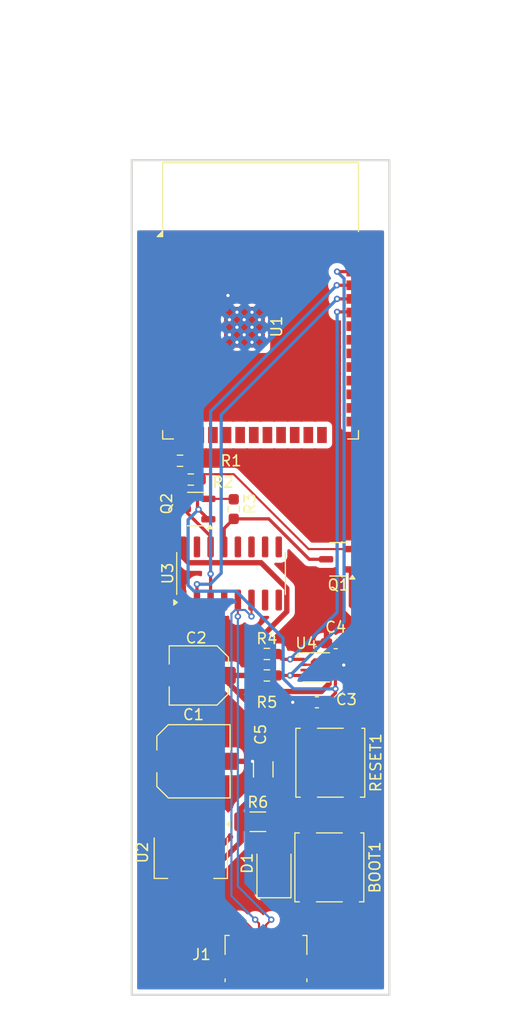
<source format=kicad_pcb>
(kicad_pcb (version 20240108) (generator "pcbnew") (generator_version "8.0")
  (layers (0 "F.Cu" signal) (31 "B.Cu" signal) (34 "B.Paste" user) (35 "F.Paste" user) (36 "B.SilkS" user "B.Silkscreen") (37 "F.SilkS" user "F.Silkscreen") (38 "B.Mask" user) (39 "F.Mask" user) (44 "Edge.Cuts" user))
  (net 0 "")
  (net 1 "GND")
  (net 2 "/GPIO0")
  (net 3 "VBUS")
  (net 4 "+3.3V")
  (net 5 "/RESET")
  (net 6 "Net-(D1-A)")
  (net 7 "Net-(J1-D-)")
  (net 8 "Net-(J1-D+)")
  (net 10 "Net-(Q1-B)")
  (net 11 "/DTR")
  (net 12 "Net-(Q2-B)")
  (net 13 "/RTS")
  (net 14 "/SDA")
  (net 15 "/SCL")
  (net 20 "/UART_RX")
  (net 37 "/UART_TX")
  (footprint "Resistor_SMD:R_0603_1608Metric_Pad0.98x0.95mm_HandSolder" (layer "F.Cu") (at 123.36788 133.36788)
    (property "Reference" "R1" (at 4.75 0 0) (layer "F.SilkS"))
    (property "Value" "10k")
    (fp_line (start -0.254724 -0.5225) (end 0.254724 -0.5225) (stroke (width 0.12)) (layer "F.SilkS"))
    (fp_line (start -0.254724 0.5225) (end 0.254724 0.5225) (stroke (width 0.12)) (layer "F.SilkS"))
    (pad "1" smd roundrect (at -0.9125 0) (size 0.975 0.95) (layers "F.Cu" "F.Paste" "F.Mask") (net 4 "+3.3V"))
    (pad "2" smd roundrect (at 0.9125 0) (size 0.975 0.95) (layers "F.Cu" "F.Paste" "F.Mask") (net 5 "/RESET"))
  )
  (footprint "Resistor_SMD:R_0603_1608Metric_Pad0.98x0.95mm_HandSolder" (layer "F.Cu") (at 124.36788 135.11788)
    (property "Reference" "R2" (at 3 0.25 0) (layer "F.SilkS"))
    (property "Value" "10k")
    (fp_line (start -0.254724 -0.5225) (end 0.254724 -0.5225) (stroke (width 0.12)) (layer "F.SilkS"))
    (fp_line (start -0.254724 0.5225) (end 0.254724 0.5225) (stroke (width 0.12)) (layer "F.SilkS"))
    (pad "1" smd roundrect (at -0.9125 0) (size 0.975 0.95) (layers "F.Cu" "F.Paste" "F.Mask") (net 13 "/RTS"))
    (pad "2" smd roundrect (at 0.9125 0) (size 0.975 0.95) (layers "F.Cu" "F.Paste" "F.Mask") (net 10 "Net-(Q1-B)"))
  )
  (footprint "Package_TO_SOT_SMD:SOT-23-3" (layer "F.Cu") (at 138.11788 142.54538 180)
    (property "Reference" "Q1" (at 0 -2.4 0) (layer "F.SilkS"))
    (property "Value" "BC547")
    (fp_line (start 0 1.56) (end 0.8 1.56) (stroke (width 0.12)) (layer "F.SilkS"))
    (fp_line (start 0 1.56) (end -0.8 1.56) (stroke (width 0.12)) (layer "F.SilkS"))
    (fp_line (start 0 -1.56) (end 0.8 -1.56) (stroke (width 0.12)) (layer "F.SilkS"))
    (fp_line (start 0 -1.56) (end -0.8 -1.56) (stroke (width 0.12)) (layer "F.SilkS"))
    (fp_poly (pts (xy -1.3 -1.51) (xy -1.54 -1.84) (xy -1.06 -1.84) (xy -1.3 -1.51)) (stroke (width 0.12)) (fill solid) (layer "F.SilkS"))
    (pad "1" smd roundrect (at -1.1375 -0.95 180) (size 1.325 0.6) (layers "F.Cu" "F.Paste" "F.Mask") (net 2 "/GPIO0"))
    (pad "2" smd roundrect (at -1.1375 0.95 180) (size 1.325 0.6) (layers "F.Cu" "F.Paste" "F.Mask") (net 10 "Net-(Q1-B)"))
    (pad "3" smd roundrect (at 1.1375 0 180) (size 1.325 0.6) (layers "F.Cu" "F.Paste" "F.Mask") (net 11 "/DTR"))
  )
  (footprint "Capacitor_SMD:C_Elec_5x5.4" (layer "F.Cu") (at 125.11788 153.36788 180)
    (property "Reference" "C2" (at 0.25 3.5 0) (layer "F.SilkS"))
    (property "Value" "22uF")
    (fp_line (start 2.76 2.76) (end 2.76 1.06) (stroke (width 0.12)) (layer "F.SilkS"))
    (fp_line (start 2.76 -2.76) (end 2.76 -1.06) (stroke (width 0.12)) (layer "F.SilkS"))
    (fp_line (start -1.695563 2.76) (end 2.76 2.76) (stroke (width 0.12)) (layer "F.SilkS"))
    (fp_line (start -1.695563 -2.76) (end 2.76 -2.76) (stroke (width 0.12)) (layer "F.SilkS"))
    (fp_line (start -2.76 1.695563) (end -1.695563 2.76) (stroke (width 0.12)) (layer "F.SilkS"))
    (fp_line (start -2.76 1.695563) (end -2.76 1.06) (stroke (width 0.12)) (layer "F.SilkS"))
    (fp_line (start -2.76 -1.695563) (end -1.695563 -2.76) (stroke (width 0.12)) (layer "F.SilkS"))
    (fp_line (start -2.76 -1.695563) (end -2.76 -1.06) (stroke (width 0.12)) (layer "F.SilkS"))
    (pad "1" smd roundrect (at -2.0625 0 180) (size 2.775 1.6) (layers "F.Cu" "F.Paste" "F.Mask") (roundrect_rratio 0.15625) (net 4 "+3.3V"))
    (pad "2" smd roundrect (at 2.0625 0 180) (size 2.775 1.6) (layers "F.Cu" "F.Paste" "F.Mask") (roundrect_rratio 0.15625) (net 1 "GND"))
  )
  (footprint "Capacitor_SMD:C_0603_1608Metric_Pad1.08x0.95mm_HandSolder" (layer "F.Cu") (at 136.11788 155.86788 180)
    (property "Reference" "C3" (at -2.75 0.25 0) (layer "F.SilkS"))
    (property "Value" "0.1uF")
    (fp_line (start -0.146267 0.51) (end 0.146267 0.51) (stroke (width 0.12)) (layer "F.SilkS"))
    (fp_line (start -0.146267 -0.51) (end 0.146267 -0.51) (stroke (width 0.12)) (layer "F.SilkS"))
    (pad "1" smd roundrect (at -0.8625 0 180) (size 1.075 0.95) (layers "F.Cu" "F.Paste" "F.Mask") (net 5 "/RESET"))
    (pad "2" smd roundrect (at 0.8625 0 180) (size 1.075 0.95) (layers "F.Cu" "F.Paste" "F.Mask") (net 1 "GND"))
  )
  (footprint "Package_SO:SOIC-16_3.9x9.9mm_P1.27mm" (layer "F.Cu") (at 128.11788 143.86788 90)
    (property "Reference" "U3" (at 0 -5.9 90) (layer "F.SilkS"))
    (property "Value" "CH340C")
    (fp_line (start 0 -5.06) (end 1.95 -5.06) (stroke (width 0.12)) (layer "F.SilkS"))
    (fp_line (start 0 -5.06) (end -1.95 -5.06) (stroke (width 0.12)) (layer "F.SilkS"))
    (fp_line (start 0 5.06) (end 1.95 5.06) (stroke (width 0.12)) (layer "F.SilkS"))
    (fp_line (start 0 5.06) (end -1.95 5.06) (stroke (width 0.12)) (layer "F.SilkS"))
    (fp_poly (pts (xy -2.7 -5.005) (xy -2.94 -5.335) (xy -2.46 -5.335) (xy -2.7 -5.005)) (stroke (width 0.12)) (fill solid) (layer "F.SilkS"))
    (pad "1" smd roundrect (at -2.475 -4.445 90) (size 1.95 0.6) (layers "F.Cu" "F.Paste" "F.Mask") (net 1 "GND"))
    (pad "2" smd roundrect (at -2.475 -3.175 90) (size 1.95 0.6) (layers "F.Cu" "F.Paste" "F.Mask") (net 37 "/UART_TX"))
    (pad "3" smd roundrect (at -2.475 -1.905 90) (size 1.95 0.6) (layers "F.Cu" "F.Paste" "F.Mask") (net 20 "/UART_RX"))
    (pad "4" smd roundrect (at -2.475 -0.635 90) (size 1.95 0.6) (layers "F.Cu" "F.Paste" "F.Mask"))
    (pad "5" smd roundrect (at -2.475 0.635 90) (size 1.95 0.6) (layers "F.Cu" "F.Paste" "F.Mask") (net 8 "Net-(J1-D+)"))
    (pad "6" smd roundrect (at -2.475 1.905 90) (size 1.95 0.6) (layers "F.Cu" "F.Paste" "F.Mask") (net 7 "Net-(J1-D-)"))
    (pad "7" smd roundrect (at -2.475 3.175 90) (size 1.95 0.6) (layers "F.Cu" "F.Paste" "F.Mask"))
    (pad "8" smd roundrect (at -2.475 4.445 90) (size 1.95 0.6) (layers "F.Cu" "F.Paste" "F.Mask"))
    (pad "9" smd roundrect (at 2.475 4.445 90) (size 1.95 0.6) (layers "F.Cu" "F.Paste" "F.Mask"))
    (pad "10" smd roundrect (at 2.475 3.175 90) (size 1.95 0.6) (layers "F.Cu" "F.Paste" "F.Mask"))
    (pad "11" smd roundrect (at 2.475 1.905 90) (size 1.95 0.6) (layers "F.Cu" "F.Paste" "F.Mask"))
    (pad "12" smd roundrect (at 2.475 0.635 90) (size 1.95 0.6) (layers "F.Cu" "F.Paste" "F.Mask"))
    (pad "13" smd roundrect (at 2.475 -0.635 90) (size 1.95 0.6) (layers "F.Cu" "F.Paste" "F.Mask") (net 11 "/DTR"))
    (pad "14" smd roundrect (at 2.475 -1.905 90) (size 1.95 0.6) (layers "F.Cu" "F.Paste" "F.Mask") (net 13 "/RTS"))
    (pad "15" smd roundrect (at 2.475 -3.175 90) (size 1.95 0.6) (layers "F.Cu" "F.Paste" "F.Mask"))
    (pad "16" smd roundrect (at 2.475 -4.445 90) (size 1.95 0.6) (layers "F.Cu" "F.Paste" "F.Mask") (net 4 "+3.3V"))
  )
  (footprint "Connector_USB:USB_Micro-B_Molex_47346-0001" (layer "F.Cu") (at 131.374925 179.29788)
    (property "Reference" "J1" (at -6.007045 0.07 180) (layer "F.SilkS"))
    (property "Value" "USB_B_Micro")
    (fp_line (start -3.81 -1.71) (end -3.43 -1.71) (stroke (width 0.12)) (layer "F.SilkS"))
    (fp_line (start -3.81 0.06) (end -3.81 -1.71) (stroke (width 0.12)) (layer "F.SilkS"))
    (fp_line (start -3.81 2.6) (end -3.81 2.34) (stroke (width 0.12)) (layer "F.SilkS"))
    (fp_line (start 3.81 -1.71) (end 3.43 -1.71) (stroke (width 0.12)) (layer "F.SilkS"))
    (fp_line (start 3.81 -1.71) (end 3.81 0.06) (stroke (width 0.12)) (layer "F.SilkS"))
    (fp_line (start 3.81 2.34) (end 3.81 2.6) (stroke (width 0.12)) (layer "F.SilkS"))
    (pad "1" smd rect (at -1.3 -1.46) (size 0.45 1.38) (layers "F.Cu" "F.Paste" "F.Mask") (net 3 "VBUS"))
    (pad "2" smd rect (at -0.65 -1.46) (size 0.45 1.38) (layers "F.Cu" "F.Paste" "F.Mask") (net 7 "Net-(J1-D-)"))
    (pad "3" smd rect (at 0 -1.46) (size 0.45 1.38) (layers "F.Cu" "F.Paste" "F.Mask") (net 8 "Net-(J1-D+)"))
    (pad "4" smd rect (at 0.65 -1.46) (size 0.45 1.38) (layers "F.Cu" "F.Paste" "F.Mask"))
    (pad "5" smd rect (at 1.3 -1.46) (size 0.45 1.38) (layers "F.Cu" "F.Paste" "F.Mask") (net 1 "GND"))
    (pad "6" smd rect (at -3.375 1.2) (size 1.65 1.3) (layers "F.Cu" "F.Paste" "F.Mask") (net 1 "GND"))
    (pad "6" smd rect (at -2.4875 -1.375) (size 1.425 1.55) (layers "F.Cu" "F.Paste" "F.Mask") (net 1 "GND"))
    (pad "6" smd rect (at -1.15 1.2) (size 1.8 1.9) (layers "F.Cu" "F.Paste" "F.Mask") (net 1 "GND"))
    (pad "6" smd rect (at 1.55 1.2) (size 1 1.9) (layers "F.Cu" "F.Paste" "F.Mask") (net 1 "GND"))
    (pad "6" smd rect (at 2.4875 -1.375) (size 1.425 1.55) (layers "F.Cu" "F.Paste" "F.Mask") (net 1 "GND"))
    (pad "6" smd rect (at 3.375 1.2) (size 1.65 1.3) (layers "F.Cu" "F.Paste" "F.Mask") (net 1 "GND"))
  )
  (footprint "Button_Switch_SMD:SW_Push_1P1T_NO_CK_KSC6xxJ" (layer "F.Cu") (at 137.36788 161.49788 90)
    (property "Reference" "RESET1" (at 0 4.24 90) (layer "F.SilkS"))
    (property "Value" "RESET1")
    (fp_line (start 3.21 -3.21) (end -3.21 -3.21) (stroke (width 0.12)) (layer "F.SilkS"))
    (fp_line (start -3.21 -3.21) (end -3.21 -2.8) (stroke (width 0.12)) (layer "F.SilkS"))
    (fp_line (start 3.21 -2.8) (end 3.21 -3.21) (stroke (width 0.12)) (layer "F.SilkS"))
    (fp_line (start -3.21 -1.2) (end -3.21 1.2) (stroke (width 0.12)) (layer "F.SilkS"))
    (fp_line (start 3.21 1.2) (end 3.21 -1.2) (stroke (width 0.12)) (layer "F.SilkS"))
    (fp_line (start -3.21 2.8) (end -3.21 3.21) (stroke (width 0.12)) (layer "F.SilkS"))
    (fp_line (start 3.21 3.21) (end 3.21 2.93) (stroke (width 0.12)) (layer "F.SilkS"))
    (fp_line (start -3.21 3.21) (end 3.21 3.21) (stroke (width 0.12)) (layer "F.SilkS"))
    (pad "1" smd rect (at -2.9 -2 90) (size 2.8 1) (layers "F.Cu" "F.Paste" "F.Mask") (net 1 "GND"))
    (pad "1" smd rect (at 2.9 -2 90) (size 2.8 1) (layers "F.Cu" "F.Paste" "F.Mask") (net 1 "GND"))
    (pad "2" smd rect (at -2.9 2 90) (size 2.8 1) (layers "F.Cu" "F.Paste" "F.Mask") (net 5 "/RESET"))
    (pad "2" smd rect (at 2.9 2 90) (size 2.8 1) (layers "F.Cu" "F.Paste" "F.Mask") (net 5 "/RESET"))
  )
  (footprint "Resistor_SMD:R_0603_1608Metric_Pad0.98x0.95mm_HandSolder" (layer "F.Cu") (at 128.36788 137.86788 90)
    (property "Reference" "R3" (at 0.5 1.5 90) (layer "F.SilkS"))
    (property "Value" "10k")
    (fp_line (start -0.254724 -0.5225) (end 0.254724 -0.5225) (stroke (width 0.12)) (layer "F.SilkS"))
    (fp_line (start -0.254724 0.5225) (end 0.254724 0.5225) (stroke (width 0.12)) (layer "F.SilkS"))
    (pad "1" smd roundrect (at -0.9125 0 90) (size 0.975 0.95) (layers "F.Cu" "F.Paste" "F.Mask") (net 11 "/DTR"))
    (pad "2" smd roundrect (at 0.9125 0 90) (size 0.975 0.95) (layers "F.Cu" "F.Paste" "F.Mask") (net 12 "Net-(Q2-B)"))
  )
  (footprint "Package_TO_SOT_SMD:SOT-23-3" (layer "F.Cu") (at 124.86788 137.86788 180)
    (property "Reference" "Q2" (at 2.75 0.5 90) (layer "F.SilkS"))
    (property "Value" "BC547")
    (fp_line (start 0 1.56) (end 0.8 1.56) (stroke (width 0.12)) (layer "F.SilkS"))
    (fp_line (start 0 1.56) (end -0.8 1.56) (stroke (width 0.12)) (layer "F.SilkS"))
    (fp_line (start 0 -1.56) (end 0.8 -1.56) (stroke (width 0.12)) (layer "F.SilkS"))
    (fp_line (start 0 -1.56) (end -0.8 -1.56) (stroke (width 0.12)) (layer "F.SilkS"))
    (fp_poly (pts (xy -1.3 -1.51) (xy -1.54 -1.84) (xy -1.06 -1.84) (xy -1.3 -1.51)) (stroke (width 0.12)) (fill solid) (layer "F.SilkS"))
    (pad "1" smd roundrect (at -1.1375 -0.95 180) (size 1.325 0.6) (layers "F.Cu" "F.Paste" "F.Mask") (net 5 "/RESET"))
    (pad "2" smd roundrect (at -1.1375 0.95 180) (size 1.325 0.6) (layers "F.Cu" "F.Paste" "F.Mask") (net 12 "Net-(Q2-B)"))
    (pad "3" smd roundrect (at 1.1375 0 180) (size 1.325 0.6) (layers "F.Cu" "F.Paste" "F.Mask") (net 13 "/RTS"))
  )
  (footprint "Capacitor_SMD:C_1206_3216Metric_Pad1.33x1.80mm_HandSolder" (layer "F.Cu") (at 131.11788 162.11788 -90)
    (property "Reference" "C5" (at -3.25 0.25 90) (layer "F.SilkS"))
    (property "Value" "100nF")
    (fp_line (start -0.711252 0.91) (end 0.711252 0.91) (stroke (width 0.12)) (layer "F.SilkS"))
    (fp_line (start -0.711252 -0.91) (end 0.711252 -0.91) (stroke (width 0.12)) (layer "F.SilkS"))
    (pad "1" smd roundrect (at -1.5625 0 270) (size 1.325 1.8) (layers "F.Cu" "F.Paste" "F.Mask") (roundrect_rratio 0.188679) (net 1 "GND"))
    (pad "2" smd roundrect (at 1.5625 0 270) (size 1.325 1.8) (layers "F.Cu" "F.Paste" "F.Mask") (roundrect_rratio 0.188679) (net 4 "+3.3V"))
  )
  (footprint "Sensor_Humidity:Sensirion_DFN-8-1EP_2.5x2.5mm_P0.5mm_EP1.1x1.7mm" (layer "F.Cu") (at 136.04288 152.61788)
    (property "Reference" "U4" (at -0.925 -2.25 180) (layer "F.SilkS"))
    (property "Value" "SHT30-DIS")
    (fp_line (start -1.25 -1.36) (end 1.25 -1.36) (stroke (width 0.12)) (layer "F.SilkS"))
    (fp_line (start -1.25 1.36) (end 1.25 1.36) (stroke (width 0.12)) (layer "F.SilkS"))
    (fp_poly (pts (xy -1.65 -1.05) (xy -1.93 -1.05) (xy -1.65 -1.33) (xy -1.65 -1.05)) (stroke (width 0.12)) (fill solid) (layer "F.SilkS"))
    (pad "1" smd rect (at -1.175 -0.75) (size 0.55 0.25) (layers "F.Cu" "F.Paste" "F.Mask") (net 14 "/SDA"))
    (pad "2" smd rect (at -1.175 -0.25) (size 0.55 0.25) (layers "F.Cu" "F.Paste" "F.Mask") (net 1 "GND"))
    (pad "3" smd rect (at -1.175 0.25) (size 0.55 0.25) (layers "F.Cu" "F.Paste" "F.Mask"))
    (pad "4" smd rect (at -1.175 0.75 180) (size 0.55 0.25) (layers "F.Cu" "F.Paste" "F.Mask") (net 15 "/SCL"))
    (pad "5" smd rect (at 1.175 0.75) (size 0.55 0.25) (layers "F.Cu" "F.Paste" "F.Mask") (net 4 "+3.3V"))
    (pad "6" smd rect (at 1.175 0.25) (size 0.55 0.25) (layers "F.Cu" "F.Paste" "F.Mask") (net 5 "/RESET"))
    (pad "7" smd rect (at 1.175 -0.25) (size 0.55 0.25) (layers "F.Cu" "F.Paste" "F.Mask") (net 1 "GND"))
    (pad "8" smd rect (at 1.175 -0.75) (size 0.55 0.25) (layers "F.Cu" "F.Paste" "F.Mask") (net 1 "GND"))
    (pad "9" smd custom (at 0 0) (size 1 1) (layers "F.Cu" "F.Mask") (net 1 "GND") (options (clearance outline) (anchor circle)) (primitives (gr_poly (pts (xy 0.5 0.85) (xy -0.5 0.85) (xy -0.5 -0.55) (xy -0.2 -0.85) (xy 0.5 -0.85)) (width 0) (fill yes))))
  )
  (footprint "Resistor_SMD:R_1206_3216Metric_Pad1.30x1.75mm_HandSolder" (layer "F.Cu") (at 130.61788 166.99788)
    (property "Reference" "R6" (at 0 -1.82 0) (layer "F.SilkS"))
    (property "Value" "1k")
    (fp_line (start -0.727064 -0.91) (end 0.727064 -0.91) (stroke (width 0.12)) (layer "F.SilkS"))
    (fp_line (start -0.727064 0.91) (end 0.727064 0.91) (stroke (width 0.12)) (layer "F.SilkS"))
    (pad "1" smd roundrect (at -1.55 0) (size 1.3 1.75) (layers "F.Cu" "F.Paste" "F.Mask") (roundrect_rratio 0.192308) (net 4 "+3.3V"))
    (pad "2" smd roundrect (at 1.55 0) (size 1.3 1.75) (layers "F.Cu" "F.Paste" "F.Mask") (roundrect_rratio 0.192308) (net 6 "Net-(D1-A)"))
  )
  (footprint "Button_Switch_SMD:SW_Push_1P1T_NO_CK_KSC6xxJ" (layer "F.Cu") (at 137.277955 171.24788 90)
    (property "Reference" "BOOT1" (at 0 4.24 90) (layer "F.SilkS"))
    (property "Value" "Boot1")
    (fp_line (start 3.21 -3.21) (end -3.21 -3.21) (stroke (width 0.12)) (layer "F.SilkS"))
    (fp_line (start -3.21 -3.21) (end -3.21 -2.8) (stroke (width 0.12)) (layer "F.SilkS"))
    (fp_line (start 3.21 -2.8) (end 3.21 -3.21) (stroke (width 0.12)) (layer "F.SilkS"))
    (fp_line (start -3.21 -1.2) (end -3.21 1.2) (stroke (width 0.12)) (layer "F.SilkS"))
    (fp_line (start 3.21 1.2) (end 3.21 -1.2) (stroke (width 0.12)) (layer "F.SilkS"))
    (fp_line (start -3.21 2.8) (end -3.21 3.21) (stroke (width 0.12)) (layer "F.SilkS"))
    (fp_line (start 3.21 3.21) (end 3.21 2.93) (stroke (width 0.12)) (layer "F.SilkS"))
    (fp_line (start -3.21 3.21) (end 3.21 3.21) (stroke (width 0.12)) (layer "F.SilkS"))
    (pad "1" smd rect (at -2.9 -2 90) (size 2.8 1) (layers "F.Cu" "F.Paste" "F.Mask") (net 1 "GND"))
    (pad "1" smd rect (at 2.9 -2 90) (size 2.8 1) (layers "F.Cu" "F.Paste" "F.Mask") (net 1 "GND"))
    (pad "2" smd rect (at -2.9 2 90) (size 2.8 1) (layers "F.Cu" "F.Paste" "F.Mask") (net 2 "/GPIO0"))
    (pad "2" smd rect (at 2.9 2 90) (size 2.8 1) (layers "F.Cu" "F.Paste" "F.Mask") (net 2 "/GPIO0"))
  )
  (footprint "Resistor_SMD:R_0603_1608Metric_Pad0.98x0.95mm_HandSolder" (layer "F.Cu") (at 131.45538 153.36788)
    (property "Reference" "R5" (at 0 2.5 0) (layer "F.SilkS"))
    (property "Value" "10k")
    (fp_line (start -0.254724 -0.5225) (end 0.254724 -0.5225) (stroke (width 0.12)) (layer "F.SilkS"))
    (fp_line (start -0.254724 0.5225) (end 0.254724 0.5225) (stroke (width 0.12)) (layer "F.SilkS"))
    (pad "1" smd roundrect (at -0.9125 0) (size 0.975 0.95) (layers "F.Cu" "F.Paste" "F.Mask") (net 4 "+3.3V"))
    (pad "2" smd roundrect (at 0.9125 0) (size 0.975 0.95) (layers "F.Cu" "F.Paste" "F.Mask") (net 15 "/SCL"))
  )
  (footprint "Package_TO_SOT_SMD:SOT-223-3_TabPin2" (layer "F.Cu") (at 124.36788 170.36788 -90)
    (property "Reference" "U2" (at -0.5 4.5 90) (layer "F.SilkS"))
    (property "Value" "AMS1117-3.3")
    (fp_line (start -1.85 3.41) (end 1.91 3.41) (stroke (width 0.12)) (layer "F.SilkS"))
    (fp_line (start 1.91 3.41) (end 1.91 2.15) (stroke (width 0.12)) (layer "F.SilkS"))
    (fp_line (start -1.85 -3.41) (end 1.91 -3.41) (stroke (width 0.12)) (layer "F.SilkS"))
    (fp_line (start 1.91 -3.41) (end 1.91 -2.15) (stroke (width 0.12)) (layer "F.SilkS"))
    (fp_poly (pts (xy -3.13 -3.31) (xy -3.37 -3.64) (xy -2.89 -3.64) (xy -3.13 -3.31)) (stroke (width 0.12)) (fill solid) (layer "F.SilkS"))
    (pad "1" smd roundrect (at -3.15 -2.3 270) (size 2 1.5) (layers "F.Cu" "F.Paste" "F.Mask") (net 1 "GND"))
    (pad "2" smd roundrect (at -3.15 0 270) (size 2 1.5) (layers "F.Cu" "F.Paste" "F.Mask") (net 4 "+3.3V"))
    (pad "2" smd roundrect (at 3.15 0 270) (size 2 3.8) (layers "F.Cu" "F.Paste" "F.Mask") (net 4 "+3.3V"))
    (pad "3" smd roundrect (at -3.15 2.3 270) (size 2 1.5) (layers "F.Cu" "F.Paste" "F.Mask") (net 3 "VBUS"))
  )
  (footprint "Resistor_SMD:R_0603_1608Metric_Pad0.98x0.95mm_HandSolder" (layer "F.Cu") (at 131.45538 151.36788)
    (property "Reference" "R4" (at 0 -1.43 0) (layer "F.SilkS"))
    (property "Value" "10k")
    (fp_line (start -0.254724 -0.5225) (end 0.254724 -0.5225) (stroke (width 0.12)) (layer "F.SilkS"))
    (fp_line (start -0.254724 0.5225) (end 0.254724 0.5225) (stroke (width 0.12)) (layer "F.SilkS"))
    (pad "1" smd roundrect (at -0.9125 0) (size 0.975 0.95) (layers "F.Cu" "F.Paste" "F.Mask") (net 4 "+3.3V"))
    (pad "2" smd roundrect (at 0.9125 0) (size 0.975 0.95) (layers "F.Cu" "F.Paste" "F.Mask") (net 14 "/SDA"))
  )
  (footprint "LED_SMD:LED_1210_3225Metric_Pad1.42x2.65mm_HandSolder" (layer "F.Cu") (at 132.11788 171.61788 90)
    (property "Reference" "D1" (at 0.75 -2.5 -90) (layer "F.SilkS"))
    (property "Value" "LED")
    (fp_line (start 1.6 -1.585) (end -2.46 -1.585) (stroke (width 0.12)) (layer "F.SilkS"))
    (fp_line (start -2.46 -1.585) (end -2.46 1.585) (stroke (width 0.12)) (layer "F.SilkS"))
    (fp_line (start -2.46 1.585) (end 1.6 1.585) (stroke (width 0.12)) (layer "F.SilkS"))
    (pad "1" smd roundrect (at -1.4875 0 90) (size 1.425 2.65) (layers "F.Cu" "F.Paste" "F.Mask") (roundrect_rratio 0.175439) (net 1 "GND"))
    (pad "2" smd roundrect (at 1.4875 0 90) (size 1.425 2.65) (layers "F.Cu" "F.Paste" "F.Mask") (roundrect_rratio 0.175439) (net 6 "Net-(D1-A)"))
  )
  (footprint "Capacitor_SMD:C_Elec_6.3x5.4" (layer "F.Cu") (at 124.61788 161.36788)
    (property "Reference" "C1" (at 0 -4.35 0) (layer "F.SilkS"))
    (property "Value" "47uF")
    (fp_line (start -3.41 -2.345563) (end -3.41 -1.06) (stroke (width 0.12)) (layer "F.SilkS"))
    (fp_line (start -3.41 -2.345563) (end -2.345563 -3.41) (stroke (width 0.12)) (layer "F.SilkS"))
    (fp_line (start -3.41 2.345563) (end -3.41 1.06) (stroke (width 0.12)) (layer "F.SilkS"))
    (fp_line (start -3.41 2.345563) (end -2.345563 3.41) (stroke (width 0.12)) (layer "F.SilkS"))
    (fp_line (start -2.345563 -3.41) (end 3.41 -3.41) (stroke (width 0.12)) (layer "F.SilkS"))
    (fp_line (start -2.345563 3.41) (end 3.41 3.41) (stroke (width 0.12)) (layer "F.SilkS"))
    (fp_line (start 3.41 -3.41) (end 3.41 -1.06) (stroke (width 0.12)) (layer "F.SilkS"))
    (fp_line (start 3.41 3.41) (end 3.41 1.06) (stroke (width 0.12)) (layer "F.SilkS"))
    (pad "1" smd roundrect (at -2.5375 0) (size 3.325 1.6) (layers "F.Cu" "F.Paste" "F.Mask") (roundrect_rratio 0.15625) (net 3 "VBUS"))
    (pad "2" smd roundrect (at 2.5375 0) (size 3.325 1.6) (layers "F.Cu" "F.Paste" "F.Mask") (roundrect_rratio 0.15625) (net 1 "GND"))
  )
  (footprint "RF_Module:ESP32-WROOM-32D" (layer "F.Cu") (at 130.86788 121.45788)
    (property "Reference" "U1" (at 1.5 -0.59 90) (layer "F.SilkS"))
    (property "Value" "ESP32-WROOM-32E")
    (fp_line (start -9.12 -15.86) (end -9.12 -9.7) (stroke (width 0.12)) (layer "F.SilkS"))
    (fp_line (start -9.12 -15.86) (end 9.12 -15.86) (stroke (width 0.12)) (layer "F.SilkS"))
    (fp_line (start -9.12 9.1) (end -9.12 9.88) (stroke (width 0.12)) (layer "F.SilkS"))
    (fp_line (start -9.12 9.88) (end -8.12 9.88) (stroke (width 0.12)) (layer "F.SilkS"))
    (fp_line (start 9.12 -15.86) (end 9.12 -9.445) (stroke (width 0.12)) (layer "F.SilkS"))
    (fp_line (start 9.12 9.1) (end 9.12 9.88) (stroke (width 0.12)) (layer "F.SilkS"))
    (fp_line (start 9.12 9.88) (end 8.12 9.88) (stroke (width 0.12)) (layer "F.SilkS"))
    (fp_poly (pts (xy -9.125 -8.975) (xy -9.625 -8.975) (xy -9.125 -9.475) (xy -9.125 -8.975)) (stroke (width 0.12)) (fill solid) (layer "F.SilkS"))
    (pad "1" smd rect (at -8.75 -8.25) (size 1.5 0.9) (layers "F.Cu" "F.Paste" "F.Mask") (net 1 "GND"))
    (pad "2" smd rect (at -8.75 -6.98) (size 1.5 0.9) (layers "F.Cu" "F.Paste" "F.Mask") (net 4 "+3.3V"))
    (pad "3" smd rect (at -8.75 -5.71) (size 1.5 0.9) (layers "F.Cu" "F.Paste" "F.Mask") (net 5 "/RESET"))
    (pad "4" smd rect (at -8.75 -4.44) (size 1.5 0.9) (layers "F.Cu" "F.Paste" "F.Mask"))
    (pad "5" smd rect (at -8.75 -3.17) (size 1.5 0.9) (layers "F.Cu" "F.Paste" "F.Mask"))
    (pad "6" smd rect (at -8.75 -1.9) (size 1.5 0.9) (layers "F.Cu" "F.Paste" "F.Mask"))
    (pad "7" smd rect (at -8.75 -0.63) (size 1.5 0.9) (layers "F.Cu" "F.Paste" "F.Mask"))
    (pad "8" smd rect (at -8.75 0.64) (size 1.5 0.9) (layers "F.Cu" "F.Paste" "F.Mask"))
    (pad "9" smd rect (at -8.75 1.91) (size 1.5 0.9) (layers "F.Cu" "F.Paste" "F.Mask"))
    (pad "10" smd rect (at -8.75 3.18) (size 1.5 0.9) (layers "F.Cu" "F.Paste" "F.Mask"))
    (pad "11" smd rect (at -8.75 4.45) (size 1.5 0.9) (layers "F.Cu" "F.Paste" "F.Mask"))
    (pad "12" smd rect (at -8.75 5.72) (size 1.5 0.9) (layers "F.Cu" "F.Paste" "F.Mask"))
    (pad "13" smd rect (at -8.75 6.99) (size 1.5 0.9) (layers "F.Cu" "F.Paste" "F.Mask"))
    (pad "14" smd rect (at -8.75 8.26) (size 1.5 0.9) (layers "F.Cu" "F.Paste" "F.Mask"))
    (pad "15" smd rect (at -5.71 9.51 90) (size 1.5 0.9) (layers "F.Cu" "F.Paste" "F.Mask") (net 1 "GND"))
    (pad "16" smd rect (at -4.44 9.51 90) (size 1.5 0.9) (layers "F.Cu" "F.Paste" "F.Mask"))
    (pad "17" smd rect (at -3.17 9.51 90) (size 1.5 0.9) (layers "F.Cu" "F.Paste" "F.Mask"))
    (pad "18" smd rect (at -1.9 9.51 90) (size 1.5 0.9) (layers "F.Cu" "F.Paste" "F.Mask"))
    (pad "19" smd rect (at -0.63 9.51 90) (size 1.5 0.9) (layers "F.Cu" "F.Paste" "F.Mask"))
    (pad "20" smd rect (at 0.64 9.51 90) (size 1.5 0.9) (layers "F.Cu" "F.Paste" "F.Mask"))
    (pad "21" smd rect (at 1.91 9.51 90) (size 1.5 0.9) (layers "F.Cu" "F.Paste" "F.Mask"))
    (pad "22" smd rect (at 3.18 9.51 90) (size 1.5 0.9) (layers "F.Cu" "F.Paste" "F.Mask"))
    (pad "23" smd rect (at 4.45 9.51 90) (size 1.5 0.9) (layers "F.Cu" "F.Paste" "F.Mask"))
    (pad "24" smd rect (at 5.72 9.51 90) (size 1.5 0.9) (layers "F.Cu" "F.Paste" "F.Mask"))
    (pad "25" smd rect (at 8.75 8.26) (size 1.5 0.9) (layers "F.Cu" "F.Paste" "F.Mask") (net 2 "/GPIO0"))
    (pad "26" smd rect (at 8.75 6.99) (size 1.5 0.9) (layers "F.Cu" "F.Paste" "F.Mask"))
    (pad "27" smd rect (at 8.75 5.72) (size 1.5 0.9) (layers "F.Cu" "F.Paste" "F.Mask"))
    (pad "28" smd rect (at 8.75 4.45) (size 1.5 0.9) (layers "F.Cu" "F.Paste" "F.Mask"))
    (pad "29" smd rect (at 8.75 3.18) (size 1.5 0.9) (layers "F.Cu" "F.Paste" "F.Mask"))
    (pad "30" smd rect (at 8.75 1.91) (size 1.5 0.9) (layers "F.Cu" "F.Paste" "F.Mask"))
    (pad "31" smd rect (at 8.75 0.64) (size 1.5 0.9) (layers "F.Cu" "F.Paste" "F.Mask"))
    (pad "32" smd rect (at 8.75 -0.63) (size 1.5 0.9) (layers "F.Cu" "F.Paste" "F.Mask"))
    (pad "33" smd rect (at 8.75 -1.9) (size 1.5 0.9) (layers "F.Cu" "F.Paste" "F.Mask") (net 14 "/SDA"))
    (pad "34" smd rect (at 8.75 -3.17) (size 1.5 0.9) (layers "F.Cu" "F.Paste" "F.Mask") (net 37 "/UART_TX"))
    (pad "35" smd rect (at 8.75 -4.44) (size 1.5 0.9) (layers "F.Cu" "F.Paste" "F.Mask") (net 20 "/UART_RX"))
    (pad "36" smd rect (at 8.75 -5.71) (size 1.5 0.9) (layers "F.Cu" "F.Paste" "F.Mask") (net 15 "/SCL"))
    (pad "37" smd rect (at 8.75 -6.98) (size 1.5 0.9) (layers "F.Cu" "F.Paste" "F.Mask"))
    (pad "38" smd rect (at 8.75 -8.25) (size 1.5 0.9) (layers "F.Cu" "F.Paste" "F.Mask") (net 1 "GND"))
    (pad "39" smd rect (at -2.9 -1.93) (size 0.9 0.9) (layers "F.Cu" "F.Paste") (net 1 "GND"))
    (pad "39" thru_hole circle (at -2.9 -1.23) (size 0.6 0.6) (drill 0.3) (property pad_prop_heatsink) (layers "*.Cu" "F.Mask") (net 1 "GND"))
    (pad "39" smd rect (at -2.9 -0.53) (size 0.9 0.9) (layers "F.Cu" "F.Paste") (net 1 "GND"))
    (pad "39" thru_hole circle (at -2.9 0.17) (size 0.6 0.6) (drill 0.3) (property pad_prop_heatsink) (layers "*.Cu" "F.Mask") (net 1 "GND"))
    (pad "39" smd rect (at -2.9 0.87) (size 0.9 0.9) (layers "F.Cu" "F.Paste") (net 1 "GND"))
    (pad "39" thru_hole circle (at -2.2 -1.93) (size 0.6 0.6) (drill 0.3) (property pad_prop_heatsink) (layers "*.Cu" "F.Mask") (net 1 "GND"))
    (pad "39" thru_hole circle (at -2.2 -0.53) (size 0.6 0.6) (drill 0.3) (property pad_prop_heatsink) (layers "*.Cu" "F.Mask") (net 1 "GND"))
    (pad "39" thru_hole circle (at -2.2 0.87) (size 0.6 0.6) (drill 0.3) (property pad_prop_heatsink) (layers "*.Cu" "F.Mask") (net 1 "GND"))
    (pad "39" thru_hole circle (at -1.525 -1.23) (size 0.6 0.6) (drill 0.3) (property pad_prop_heatsink) (layers "*.Cu" "F.Mask") (net 1 "GND"))
    (pad "39" thru_hole circle (at -1.525 0.17) (size 0.6 0.6) (drill 0.3) (property pad_prop_heatsink) (layers "*.Cu" "F.Mask") (net 1 "GND"))
    (pad "39" smd rect (at -1.5 -1.93) (size 0.9 0.9) (layers "F.Cu" "F.Paste") (net 1 "GND"))
    (pad "39" smd rect (at -1.5 -0.53) (size 0.9 0.9) (layers "F.Cu" "F.Paste") (net 1 "GND"))
    (pad "39" smd rect (at -1.5 -0.53) (size 3.8 3.8) (layers "F.Cu" "F.Mask") (net 1 "GND"))
    (pad "39" smd rect (at -1.5 0.87) (size 0.9 0.9) (layers "F.Cu" "F.Paste") (net 1 "GND"))
    (pad "39" thru_hole circle (at -0.8 -1.93) (size 0.6 0.6) (drill 0.3) (property pad_prop_heatsink) (layers "*.Cu" "F.Mask") (net 1 "GND"))
    (pad "39" thru_hole circle (at -0.8 -0.53) (size 0.6 0.6) (drill 0.3) (property pad_prop_heatsink) (layers "*.Cu" "F.Mask") (net 1 "GND"))
    (pad "39" thru_hole circle (at -0.8 0.87) (size 0.6 0.6) (drill 0.3) (property pad_prop_heatsink) (layers "*.Cu" "F.Mask") (net 1 "GND"))
    (pad "39" smd rect (at -0.1 -1.93) (size 0.9 0.9) (layers "F.Cu" "F.Paste") (net 1 "GND"))
    (pad "39" thru_hole circle (at -0.1 -1.23) (size 0.6 0.6) (drill 0.3) (property pad_prop_heatsink) (layers "*.Cu" "F.Mask") (net 1 "GND"))
    (pad "39" smd rect (at -0.1 -0.53) (size 0.9 0.9) (layers "F.Cu" "F.Paste") (net 1 "GND"))
    (pad "39" thru_hole circle (at -0.1 0.17) (size 0.6 0.6) (drill 0.3) (property pad_prop_heatsink) (layers "*.Cu" "F.Mask") (net 1 "GND"))
    (pad "39" smd rect (at -0.1 0.87) (size 0.9 0.9) (layers "F.Cu" "F.Paste") (net 1 "GND"))
    (zone (net 0) (net_name "") (layers "*.Cu") (connect_pads (clearance 0)) (min_thickness 0.254)
      (keepout (tracks not_allowed) (vias not_allowed) (pads not_allowed) (copperpour not_allowed) (footprints not_allowed))
      (fill (thermal_gap 0.508) (thermal_bridge_width 0.508))
      (polygon (pts (xy 106.86788 111.90788) (xy 154.86788 111.90788) (xy 154.86788 90.71788) (xy 106.86788 90.71788)))
    )
  )
  (footprint "Capacitor_SMD:C_0603_1608Metric_Pad1.08x0.95mm_HandSolder" (layer "F.Cu") (at 137.86788 150.36788 180)
    (property "Reference" "C4" (at 0 1.5 0) (layer "F.SilkS"))
    (property "Value" "0.1uF")
    (fp_line (start -0.146267 0.51) (end 0.146267 0.51) (stroke (width 0.12)) (layer "F.SilkS"))
    (fp_line (start -0.146267 -0.51) (end 0.146267 -0.51) (stroke (width 0.12)) (layer "F.SilkS"))
    (pad "1" smd roundrect (at -0.8625 0 180) (size 1.075 0.95) (layers "F.Cu" "F.Paste" "F.Mask") (net 2 "/GPIO0"))
    (pad "2" smd roundrect (at 0.8625 0 180) (size 1.075 0.95) (layers "F.Cu" "F.Paste" "F.Mask") (net 1 "GND"))
  )
  (gr_rect (start 118.86788 105.36788) (end 142.86788 183.11788) (stroke (width 0.2)) (fill none) (layer "Edge.Cuts"))
  (segment (start 127.999925 180.49788) (end 130.224925 180.49788) (width 0.2) (layer "F.Cu") (net 1))
  (segment (start 133.862425 177.92288) (end 133.862425 175.56341) (width 0.2) (layer "F.Cu") (net 1))
  (segment (start 135.36788 164.39788) (end 135.36788 158.59788) (width 0.2) (layer "F.Cu") (net 1))
  (segment (start 137.21788 150.58038) (end 137.00538 150.36788) (width 0.2) (layer "F.Cu") (net 1))
  (segment (start 127.96788 118.10788) (end 127.83 117.97) (width 0.2) (layer "F.Cu") (net 1))
  (segment (start 127.15538 161.36788) (end 123.05538 157.26788) (width 0.2) (layer "F.Cu") (net 1))
  (segment (start 126.66788 161.85538) (end 127.15538 161.36788) (width 0.2) (layer "F.Cu") (net 1))
  (segment (start 134.235455 173.10538) (end 135.277955 174.14788) (width 0.2) (layer "F.Cu") (net 1))
  (segment (start 137.21788 151.86788) (end 137.21788 150.58038) (width 0.2) (layer "F.Cu") (net 1))
  (segment (start 130.11788 161.36788) (end 130.30538 161.36788) (width 0.2) (layer "F.Cu") (net 1))
  (segment (start 135.25538 155.86788) (end 133.86788 155.86788) (width 0.2) (layer "F.Cu") (net 1))
  (segment (start 133.862425 175.56341) (end 135.277955 174.14788) (width 0.2) (layer "F.Cu") (net 1))
  (segment (start 133.862425 177.92288) (end 133.862425 179.61038) (width 0.2) (layer "F.Cu") (net 1))
  (segment (start 135.36788 155.98038) (end 135.25538 155.86788) (width 0.2) (layer "F.Cu") (net 1))
  (segment (start 136.29288 152.36788) (end 136.04288 152.61788) (width 0.2) (layer "F.Cu") (net 1))
  (segment (start 121.16788 113.20788) (end 122.11788 113.20788) (width 0.2) (layer "F.Cu") (net 1))
  (segment (start 130.30538 161.36788) (end 131.11788 160.55538) (width 0.2) (layer "F.Cu") (net 1))
  (segment (start 127.83 117.97) (end 123.06788 113.20788) (width 0.2) (layer "F.Cu") (net 1))
  (segment (start 130.76788 119.52788) (end 137.08788 113.20788) (width 0.2) (layer "F.Cu") (net 1))
  (segment (start 123.05538 153.36788) (end 123.05538 146.96038) (width 0.2) (layer "F.Cu") (net 1))
  (segment (start 135.277955 168.34788) (end 135.277955 164.487805) (width 0.2) (layer "F.Cu") (net 1))
  (segment (start 134.36894 177.92288) (end 134.28394 177.83788) (width 0.2) (layer "F.Cu") (net 1))
  (segment (start 131.11788 160.55538) (end 130.93038 160.55538) (width 0.2) (layer "F.Cu") (net 1))
  (segment (start 132.11788 173.10538) (end 134.235455 173.10538) (width 0.2) (layer "F.Cu") (net 1))
  (segment (start 127.96788 122.32788) (end 125.15788 125.13788) (width 0.2) (layer "F.Cu") (net 1))
  (segment (start 133.862425 179.61038) (end 134.749925 180.49788) (width 0.2) (layer "F.Cu") (net 1))
  (segment (start 134.791743 180.24788) (end 135.041743 180.49788) (width 0.2) (layer "F.Cu") (net 1))
  (segment (start 135.79288 152.36788) (end 136.04288 152.61788) (width 0.2) (layer "F.Cu") (net 1))
  (segment (start 120.36788 114.00788) (end 121.16788 113.20788) (width 0.2) (layer "F.Cu") (net 1))
  (segment (start 130.224925 180.49788) (end 132.924925 180.49788) (width 0.2) (layer "F.Cu") (net 1))
  (segment (start 128.887425 179.61038) (end 127.999925 180.49788) (width 0.2) (layer "F.Cu") (net 1))
  (segment (start 137.08788 113.20788) (end 139.61788 113.20788) (width 0.2) (layer "F.Cu") (net 1))
  (segment (start 127.96788 119.52788) (end 127.96788 118.10788) (width 0.2) (layer "F.Cu") (net 1))
  (segment (start 135.36788 158.59788) (end 135.36788 155.98038) (width 0.2) (layer "F.Cu") (net 1))
  (segment (start 135.277955 168.34788) (end 135.277955 174.14788) (width 0.2) (layer "F.Cu") (net 1))
  (segment (start 127.96788 121.62788) (end 128.66788 122.32788) (width 0.2) (layer "F.Cu") (net 1))
  (segment (start 137.21788 152.36788) (end 137.21788 151.86788) (width 0.2) (layer "F.Cu") (net 1))
  (segment (start 125.15788 125.13788) (end 125.15788 130.96788) (width 0.2) (layer "F.Cu") (net 1))
  (segment (start 135.277955 164.487805) (end 135.36788 164.39788) (width 0.2) (layer "F.Cu") (net 1))
  (segment (start 137.21788 152.36788) (end 138.61788 152.36788) (width 0.2) (layer "F.Cu") (net 1))
  (segment (start 120.36788 143.03788) (end 120.36788 114.00788) (width 0.2) (layer "F.Cu") (net 1))
  (segment (start 135.49288 158.47288) (end 135.36788 158.59788) (width 0.2) (layer "F.Cu") (net 1))
  (segment (start 134.86788 152.36788) (end 135.79288 152.36788) (width 0.2) (layer "F.Cu") (net 1))
  (segment (start 136.04288 152.61788) (end 135.99288 152.56788) (width 0.2) (layer "F.Cu") (net 1))
  (segment (start 123.05538 146.96038) (end 123.67288 146.34288) (width 0.2) (layer "F.Cu") (net 1))
  (segment (start 126.66788 167.21788) (end 126.66788 161.85538) (width 0.2) (layer "F.Cu") (net 1))
  (segment (start 127.96788 120.22788) (end 128.66788 119.52788) (width 0.2) (layer "F.Cu") (net 1))
  (segment (start 123.67288 146.34288) (end 120.36788 143.03788) (width 0.2) (layer "F.Cu") (net 1))
  (segment (start 128.887425 177.92288) (end 128.887425 179.61038) (width 0.2) (layer "F.Cu") (net 1))
  (segment (start 127.15538 161.36788) (end 130.11788 161.36788) (width 0.2) (layer "F.Cu") (net 1))
  (segment (start 132.924925 180.49788) (end 134.749925 180.49788) (width 0.2) (layer "F.Cu") (net 1))
  (segment (start 137.21788 152.36788) (end 136.29288 152.36788) (width 0.2) (layer "F.Cu") (net 1))
  (segment (start 123.06788 113.20788) (end 122.11788 113.20788) (width 0.2) (layer "F.Cu") (net 1))
  (segment (start 123.05538 157.26788) (end 123.05538 153.36788) (width 0.2) (layer "F.Cu") (net 1))
  (via (at 133.86788 155.86788) (size 0.6) (drill 0.3) (layers "F.Cu" "B.Cu") (net 1))
  (via (at 138.61788 152.4) (size 0.6) (drill 0.3) (layers "F.Cu" "B.Cu") (net 1))
  (via (at 130.11788 161.36788) (size 0.6) (drill 0.3) (layers "F.Cu" "B.Cu") (net 1))
  (via (at 127.83 117.97) (size 0.6) (drill 0.3) (layers "F.Cu" "B.Cu") (net 1))
  (segment (start 129.34288 121.62788) (end 129.34288 121.65288) (width 0.2) (layer "B.Cu") (net 1))
  (segment (start 127.83 118.69) (end 128.66788 119.52788) (width 0.2) (layer "B.Cu") (net 1))
  (segment (start 128.66788 120.92788) (end 127.96788 120.22788) (width 0.2) (layer "B.Cu") (net 1))
  (segment (start 129.36788 120.22788) (end 130.06788 120.92788) (width 0.2) (layer "B.Cu") (net 1))
  (segment (start 130.06788 119.52788) (end 130.04288 119.52788) (width 0.2) (layer "B.Cu") (net 1))
  (segment (start 138.61788 152.36788) (end 138.61788 152.4) (width 0.2) (layer "B.Cu") (net 1))
  (segment (start 127.83 117.97) (end 127.83 118.69) (width 0.2) (layer "B.Cu") (net 1))
  (segment (start 129.34288 120.22788) (end 129.34288 120.25288) (width 0.2) (layer "B.Cu") (net 1))
  (segment (start 128.66788 119.52788) (end 128.66788 119.55288) (width 0.2) (layer "B.Cu") (net 1))
  (segment (start 137.441409 155.86788) (end 133.86788 155.86788) (width 0.2) (layer "B.Cu") (net 1))
  (segment (start 130.04288 120.92788) (end 129.34288 121.62788) (width 0.2) (layer "B.Cu") (net 1))
  (segment (start 129.34288 120.22788) (end 129.36788 120.22788) (width 0.2) (layer "B.Cu") (net 1))
  (segment (start 129.36788 120.22788) (end 130.06788 119.52788) (width 0.2) (layer "B.Cu") (net 1))
  (segment (start 129.34288 121.62788) (end 129.36788 121.62788) (width 0.2) (layer "B.Cu") (net 1))
  (segment (start 138.61788 154.691409) (end 137.441409 155.86788) (width 0.2) (layer "B.Cu") (net 1))
  (segment (start 128.66788 120.92788) (end 127.96788 121.62788) (width 0.2) (layer "B.Cu") (net 1))
  (segment (start 130.06788 120.92788) (end 130.76788 121.62788) (width 0.2) (layer "B.Cu") (net 1))
  (segment (start 130.06788 122.32788) (end 130.04288 122.32788) (width 0.2) (layer "B.Cu") (net 1))
  (segment (start 130.76788 120.22788) (end 130.06788 119.52788) (width 0.2) (layer "B.Cu") (net 1))
  (segment (start 129.34288 121.65288) (end 128.66788 122.32788) (width 0.2) (layer "B.Cu") (net 1))
  (segment (start 128.66788 119.55288) (end 129.34288 120.22788) (width 0.2) (layer "B.Cu") (net 1))
  (segment (start 133.86788 155.86788) (end 133.86788 157.61788) (width 0.2) (layer "B.Cu") (net 1))
  (segment (start 138.61788 152.4) (end 138.61788 154.691409) (width 0.2) (layer "B.Cu") (net 1))
  (segment (start 133.86788 157.61788) (end 130.11788 161.36788) (width 0.2) (layer "B.Cu") (net 1))
  (segment (start 130.06788 120.92788) (end 130.04288 120.92788) (width 0.2) (layer "B.Cu") (net 1))
  (segment (start 129.36788 121.62788) (end 130.06788 122.32788) (width 0.2) (layer "B.Cu") (net 1))
  (segment (start 130.06788 120.92788) (end 130.76788 120.22788) (width 0.2) (layer "B.Cu") (net 1))
  (segment (start 140.21788 147.85538) (end 139.23038 146.86788) (width 0.3) (layer "F.Cu") (net 2))
  (segment (start 140.26788 142.48288) (end 140.26788 130.36788) (width 0.3) (layer "F.Cu") (net 2))
  (segment (start 140.21788 167.407955) (end 140.21788 150.36788) (width 0.3) (layer "F.Cu") (net 2))
  (segment (start 139.23038 146.86788) (end 139.23038 143.52038) (width 0.3) (layer "F.Cu") (net 2))
  (segment (start 139.25538 143.49538) (end 140.26788 142.48288) (width 0.3) (layer "F.Cu") (net 2))
  (segment (start 138.73038 150.36788) (end 140.21788 150.36788) (width 0.3) (layer "F.Cu") (net 2))
  (segment (start 139.23038 143.52038) (end 139.25538 143.49538) (width 0.3) (layer "F.Cu") (net 2))
  (segment (start 139.277955 168.34788) (end 140.21788 167.407955) (width 0.3) (layer "F.Cu") (net 2))
  (segment (start 139.277955 174.14788) (end 139.277955 168.34788) (width 0.3) (layer "F.Cu") (net 2))
  (segment (start 140.21788 150.36788) (end 140.21788 147.85538) (width 0.3) (layer "F.Cu") (net 2))
  (segment (start 140.26788 130.36788) (end 139.61788 129.71788) (width 0.3) (layer "F.Cu") (net 2))
  (segment (start 128.994925 175.86788) (end 122.61788 175.86788) (width 0.2) (layer "F.Cu") (net 3))
  (segment (start 122.06788 167.21788) (end 122.06788 161.38038) (width 0.2) (layer "F.Cu") (net 3))
  (segment (start 122.06788 161.38038) (end 122.08038 161.36788) (width 0.2) (layer "F.Cu") (net 3))
  (segment (start 122.61788 175.86788) (end 122.06788 175.31788) (width 0.2) (layer "F.Cu") (net 3))
  (segment (start 130.074925 177.83788) (end 130.074925 176.94788) (width 0.2) (layer "F.Cu") (net 3))
  (segment (start 122.06788 175.31788) (end 122.06788 167.21788) (width 0.2) (layer "F.Cu") (net 3))
  (segment (start 130.074925 176.94788) (end 128.994925 175.86788) (width 0.2) (layer "F.Cu") (net 3))
  (segment (start 129.06788 165.73038) (end 131.11788 163.68038) (width 0.5) (layer "F.Cu") (net 4))
  (segment (start 127.18038 153.36788) (end 130.54288 153.36788) (width 0.5) (layer "F.Cu") (net 4))
  (segment (start 133.31288 147.420564) (end 130.54288 150.190564) (width 0.5) (layer "F.Cu") (net 4))
  (segment (start 127.18038 153.36788) (end 128.68038 154.86788) (width 0.5) (layer "F.Cu") (net 4))
  (segment (start 133.31288 147.420564) (end 133.31288 145.265196) (width 0.5) (layer "F.Cu") (net 4))
  (segment (start 124.172881 142.86788) (end 123.67288 142.367879) (width 0.5) (layer "F.Cu") (net 4))
  (segment (start 120.91788 114.84788) (end 121.28788 114.47788) (width 0.5) (layer "F.Cu") (net 4))
  (segment (start 137.24288 153.46788) (end 137.21788 153.46788) (width 0.5) (layer "F.Cu") (net 4))
  (segment (start 132.46788 162.33038) (end 132.46788 158.65538) (width 0.5) (layer "F.Cu") (net 4))
  (segment (start 124.172881 142.86788) (end 130.915564 142.86788) (width 0.5) (layer "F.Cu") (net 4))
  (segment (start 131.11788 163.68038) (end 132.46788 162.33038) (width 0.5) (layer "F.Cu") (net 4))
  (segment (start 137.24288 154.157219) (end 137.24288 153.46788) (width 0.5) (layer "F.Cu") (net 4))
  (segment (start 123.67288 142.367879) (end 123.67288 141.39288) (width 0.5) (layer "F.Cu") (net 4))
  (segment (start 122.45538 133.36788) (end 120.91788 133.36788) (width 0.5) (layer "F.Cu") (net 4))
  (segment (start 128.68038 154.86788) (end 136.532219 154.86788) (width 0.5) (layer "F.Cu") (net 4))
  (segment (start 129.06788 166.99788) (end 129.06788 168.81788) (width 0.5) (layer "F.Cu") (net 4))
  (segment (start 121.28788 114.47788) (end 122.11788 114.47788) (width 0.5) (layer "F.Cu") (net 4))
  (segment (start 132.46788 158.65538) (end 128.68038 154.86788) (width 0.5) (layer "F.Cu") (net 4))
  (segment (start 124.36788 173.51788) (end 124.36788 167.21788) (width 0.5) (layer "F.Cu") (net 4))
  (segment (start 123.67288 141.39288) (end 120.91788 138.63788) (width 0.5) (layer "F.Cu") (net 4))
  (segment (start 120.91788 138.63788) (end 120.91788 133.36788) (width 0.5) (layer "F.Cu") (net 4))
  (segment (start 120.91788 133.36788) (end 120.91788 114.84788) (width 0.5) (layer "F.Cu") (net 4))
  (segment (start 136.532219 154.86788) (end 137.24288 154.157219) (width 0.5) (layer "F.Cu") (net 4))
  (segment (start 130.54288 150.190564) (end 130.54288 151.36788) (width 0.5) (layer "F.Cu") (net 4))
  (segment (start 129.06788 166.99788) (end 129.06788 165.73038) (width 0.5) (layer "F.Cu") (net 4))
  (segment (start 129.06788 168.81788) (end 124.36788 173.51788) (width 0.5) (layer "F.Cu") (net 4))
  (segment (start 130.915564 142.86788) (end 133.31288 145.265196) (width 0.5) (layer "F.Cu") (net 4))
  (segment (start 130.54288 153.36788) (end 130.54288 151.36788) (width 0.5) (layer "F.Cu") (net 4))
  (segment (start 139.36788 158.25538) (end 136.98038 155.86788) (width 0.3) (layer "F.Cu") (net 5))
  (segment (start 124.28038 117.28038) (end 122.74788 115.74788) (width 0.3) (layer "F.Cu") (net 5))
  (segment (start 137.84288 152.89288) (end 137.84288 154.61788) (width 0.3) (layer "F.Cu") (net 5))
  (segment (start 139.36788 158.59788) (end 139.36788 158.25538) (width 0.3) (layer "F.Cu") (net 5))
  (segment (start 124.99288 137.80538) (end 124.99288 136.24288) (width 0.3) (layer "F.Cu") (net 5))
  (segment (start 137.84288 154.61788) (end 137.84288 155.00538) (width 0.3) (layer "F.Cu") (net 5))
  (segment (start 137.21788 152.86788) (end 137.81788 152.86788) (width 0.3) (layer "F.Cu") (net 5))
  (segment (start 124.35788 133.44538) (end 124.28038 133.36788) (width 0.3) (layer "F.Cu") (net 5))
  (segment (start 136.98038 155.86788) (end 137.84288 155.00538) (width 0.3) (layer "F.Cu") (net 5))
  (segment (start 139.36788 164.39788) (end 139.36788 158.59788) (width 0.3) (layer "F.Cu") (net 5))
  (segment (start 137.81788 152.86788) (end 137.84288 152.89288) (width 0.3) (layer "F.Cu") (net 5))
  (segment (start 139.36788 158.59788) (end 139.26038 158.59788) (width 0.3) (layer "F.Cu") (net 5))
  (segment (start 126.00538 138.81788) (end 125.08663 137.89913) (width 0.3) (layer "F.Cu") (net 5))
  (segment (start 122.74788 115.74788) (end 122.11788 115.74788) (width 0.3) (layer "F.Cu") (net 5))
  (segment (start 124.28038 133.36788) (end 124.28038 117.28038) (width 0.3) (layer "F.Cu") (net 5))
  (segment (start 124.35788 135.60788) (end 124.35788 133.44538) (width 0.3) (layer "F.Cu") (net 5))
  (segment (start 124.99288 136.24288) (end 124.35788 135.60788) (width 0.3) (layer "F.Cu") (net 5))
  (segment (start 125.08663 137.89913) (end 124.99288 137.80538) (width 0.3) (layer "F.Cu") (net 5))
  (via (at 125.08663 137.89913) (size 0.6) (drill 0.3) (layers "F.Cu" "B.Cu") (net 5))
  (via (at 137.84288 154.61788) (size 0.6) (drill 0.3) (layers "F.Cu" "B.Cu") (net 5))
  (segment (start 137.84288 154.61788) (end 133.948641 154.61788) (width 0.3) (layer "B.Cu") (net 5))
  (segment (start 133.948641 154.61788) (end 132.96788 153.637119) (width 0.3) (layer "B.Cu") (net 5))
  (segment (start 124.11788 138.86788) (end 125.08663 137.89913) (width 0.3) (layer "B.Cu") (net 5))
  (segment (start 132.96788 153.637119) (end 132.96788 149.893641) (width 0.3) (layer "B.Cu") (net 5))
  (segment (start 128.592119 145.51788) (end 124.673641 145.51788) (width 0.3) (layer "B.Cu") (net 5))
  (segment (start 124.11788 144.962119) (end 124.11788 138.86788) (width 0.3) (layer "B.Cu") (net 5))
  (segment (start 124.673641 145.51788) (end 124.11788 144.962119) (width 0.3) (layer "B.Cu") (net 5))
  (segment (start 132.96788 149.893641) (end 128.592119 145.51788) (width 0.3) (layer "B.Cu") (net 5))
  (segment (start 131.36788 170.63038) (end 132.16788 169.83038) (width 0.3) (layer "F.Cu") (net 6))
  (segment (start 132.11788 167.04788) (end 132.16788 166.99788) (width 0.3) (layer "F.Cu") (net 6))
  (segment (start 132.11788 170.13038) (end 132.11788 167.04788) (width 0.3) (layer "F.Cu") (net 6))
  (segment (start 130.724925 177.83788) (end 130.724925 176.474925) (width 0.2) (layer "F.Cu") (net 7))
  (segment (start 130.724925 176.474925) (end 130.36788 176.11788) (width 0.2) (layer "F.Cu") (net 7))
  (segment (start 130.02288 146.34288) (end 130.02288 147.86788) (width 0.2) (layer "F.Cu") (net 7))
  (via (at 130.36788 176.11788) (size 0.6) (drill 0.3) (layers "F.Cu" "B.Cu") (net 7))
  (via (at 130.02288 147.86788) (size 0.6) (drill 0.3) (layers "F.Cu" "B.Cu") (net 7))
  (segment (start 129.42288 147.26788) (end 128.504351 147.26788) (width 0.2) (layer "B.Cu") (net 7))
  (segment (start 128.15288 173.90288) (end 130.36788 176.11788) (width 0.2) (layer "B.Cu") (net 7))
  (segment (start 128.504351 147.26788) (end 128.15288 147.619351) (width 0.2) (layer "B.Cu") (net 7))
  (segment (start 128.15288 147.619351) (end 128.15288 173.90288) (width 0.2) (layer "B.Cu") (net 7))
  (segment (start 130.02288 147.86788) (end 129.42288 147.26788) (width 0.2) (layer "B.Cu") (net 7))
  (segment (start 128.75288 146.34288) (end 128.75288 147.86788) (width 0.2) (layer "F.Cu") (net 8))
  (segment (start 131.374925 176.610835) (end 131.374925 177.83788) (width 0.2) (layer "F.Cu") (net 8))
  (segment (start 128.75288 147.86788) (end 128.75288 147.98288) (width 0.2) (layer "F.Cu") (net 8))
  (segment (start 131.86788 176.11788) (end 131.374925 176.610835) (width 0.2) (layer "F.Cu") (net 8))
  (via (at 131.86788 176.11788) (size 0.6) (drill 0.3) (layers "F.Cu" "B.Cu") (net 8))
  (via (at 128.75288 147.86788) (size 0.6) (drill 0.3) (layers "F.Cu" "B.Cu") (net 8))
  (segment (start 128.75288 173.00288) (end 128.75288 147.86788) (width 0.2) (layer "B.Cu") (net 8))
  (segment (start 131.86788 176.11788) (end 128.75288 173.00288) (width 0.2) (layer "B.Cu") (net 8))
  (segment (start 128.36788 134.61788) (end 135.34538 141.59538) (width 0.2) (layer "F.Cu") (net 10))
  (segment (start 135.34538 141.59538) (end 139.25538 141.59538) (width 0.2) (layer "F.Cu") (net 10))
  (segment (start 125.28038 134.61788) (end 128.36788 134.61788) (width 0.2) (layer "F.Cu") (net 10))
  (segment (start 127.48288 141.39288) (end 127.48288 139.66538) (width 0.3) (layer "F.Cu") (net 11))
  (segment (start 131.636642 138.78038) (end 128.36788 138.78038) (width 0.3) (layer "F.Cu") (net 11))
  (segment (start 127.48288 139.66538) (end 128.36788 138.78038) (width 0.3) (layer "F.Cu") (net 11))
  (segment (start 136.98038 142.54538) (end 135.401642 142.54538) (width 0.3) (layer "F.Cu") (net 11))
  (segment (start 135.401642 142.54538) (end 131.636642 138.78038) (width 0.3) (layer "F.Cu") (net 11))
  (segment (start 128.33038 136.91788) (end 128.36788 136.95538) (width 0.2) (layer "F.Cu") (net 12))
  (segment (start 126.00538 136.91788) (end 128.33038 136.91788) (width 0.2) (layer "F.Cu") (net 12))
  (segment (start 126.21288 140.399142) (end 123.73038 137.916642) (width 0.3) (layer "F.Cu") (net 13))
  (segment (start 126.21288 141.39288) (end 126.21288 140.399142) (width 0.3) (layer "F.Cu") (net 13))
  (segment (start 123.45538 137.59288) (end 123.73038 137.86788) (width 0.3) (layer "F.Cu") (net 13))
  (segment (start 123.73038 137.916642) (end 123.73038 137.86788) (width 0.3) (layer "F.Cu") (net 13))
  (segment (start 139.56 119.5) (end 139.61788 119.55788) (width 0.3) (layer "F.Cu") (net 14))
  (segment (start 132.86788 151.86788) (end 132.36788 151.36788) (width 0.3) (layer "F.Cu") (net 14))
  (segment (start 134.86788 151.86788) (end 133.61788 151.86788) (width 0.3) (layer "F.Cu") (net 14))
  (segment (start 133.61788 151.86788) (end 132.86788 151.86788) (width 0.3) (layer "F.Cu") (net 14))
  (segment (start 139.55788 119.61788) (end 139.61788 119.55788) (width 0.3) (layer "F.Cu") (net 14))
  (segment (start 138 119.5) (end 139.56 119.5) (width 0.3) (layer "F.Cu") (net 14))
  (via (at 133.61788 151.86788) (size 0.6) (drill 0.3) (layers "F.Cu" "B.Cu") (net 14))
  (via (at 138 119.5) (size 0.6) (drill 0.3) (layers "F.Cu" "B.Cu") (net 14))
  (segment (start 133.61788 151.86788) (end 138 147.48576) (width 0.3) (layer "B.Cu") (net 14))
  (segment (start 138 147.48576) (end 138 119.5) (width 0.3) (layer "B.Cu") (net 14))
  (segment (start 134.86788 153.36788) (end 133.61788 153.36788) (width 0.3) (layer "F.Cu") (net 15))
  (segment (start 132.36788 153.36788) (end 133.61788 153.36788) (width 0.3) (layer "F.Cu") (net 15))
  (segment (start 138.00212 115.74788) (end 139.61788 115.74788) (width 0.3) (layer "F.Cu") (net 15))
  (via (at 138.00212 115.74788) (size 0.6) (drill 0.3) (layers "F.Cu" "B.Cu") (net 15))
  (via (at 133.61788 153.36788) (size 0.6) (drill 0.3) (layers "F.Cu" "B.Cu") (net 15))
  (segment (start 138.65 116.39576) (end 138.00212 115.74788) (width 0.3) (layer "B.Cu") (net 15))
  (segment (start 133.61788 153.36788) (end 138.65 148.33576) (width 0.3) (layer "B.Cu") (net 15))
  (segment (start 138.65 148.33576) (end 138.65 116.39576) (width 0.3) (layer "B.Cu") (net 15))
  (segment (start 137.96788 117.01788) (end 139.61788 117.01788) (width 0.3) (layer "F.Cu") (net 20))
  (segment (start 126.21288 146.34288) (end 126.21288 143.907777) (width 0.3) (layer "F.Cu") (net 20))
  (via (at 126.21288 143.907777) (size 0.6) (drill 0.3) (layers "F.Cu" "B.Cu") (net 20))
  (via (at 137.96788 117.01788) (size 0.6) (drill 0.3) (layers "F.Cu" "B.Cu") (net 20))
  (segment (start 126.21288 143.907777) (end 126.327983 143.907777) (width 0.3) (layer "B.Cu") (net 20))
  (segment (start 126.21288 128.77288) (end 137.96788 117.01788) (width 0.3) (layer "B.Cu") (net 20))
  (segment (start 126.21288 143.907777) (end 126.21288 128.77288) (width 0.3) (layer "B.Cu") (net 20))
  (segment (start 124.94288 146.34288) (end 124.94288 144.86788) (width 0.3) (layer "F.Cu") (net 37))
  (segment (start 138 118.28788) (end 139.61788 118.28788) (width 0.3) (layer "F.Cu") (net 37))
  (via (at 124.94288 144.86788) (size 0.6) (drill 0.3) (layers "F.Cu" "B.Cu") (net 37))
  (via (at 138 118.28788) (size 0.6) (drill 0.3) (layers "F.Cu" "B.Cu") (net 37))
  (segment (start 127.2 129.08788) (end 138 118.28788) (width 0.3) (layer "B.Cu") (net 37))
  (segment (start 126.172016 144.86788) (end 127.2 143.839896) (width 0.3) (layer "B.Cu") (net 37))
  (segment (start 124.94288 144.86788) (end 126.172016 144.86788) (width 0.3) (layer "B.Cu") (net 37))
  (segment (start 127.2 143.839896) (end 127.2 129.08788) (width 0.3) (layer "B.Cu") (net 37))
  (zone (net 1) (net_name "GND") (layers "F&B.Cu") (connect_pads (clearance 0.5)) (min_thickness 0.25) (fill yes (thermal_gap 0.5) (thermal_bridge_width 0.5))
    (polygon (pts (xy 145.61788 182.11788) (xy 139.86788 185.86788) (xy 116.61788 183.36788) (xy 116.86788 146.36788) (xy 117.11788 103.86788) (xy 130.36788 99.86788) (xy 144.61788 101.86788) (xy 145.11788 145.36788)))
  )
)
</source>
